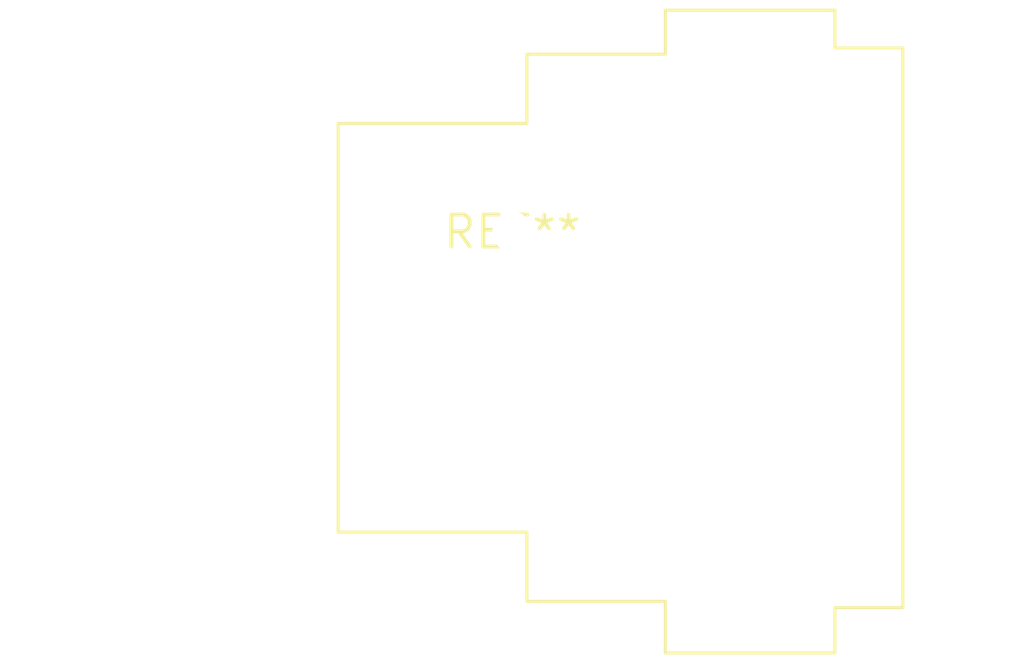
<source format=kicad_pcb>
(kicad_pcb (version 20240108) (generator pcbnew)
  (layers (0 "F.Cu" signal) (31 "B.Cu" signal) (34 "B.Paste" user) (35 "F.Paste" user) (36 "B.SilkS" user "B.Silkscreen") (37 "F.SilkS" user "F.Silkscreen") (38 "B.Mask" user) (39 "F.Mask" user) (44 "Edge.Cuts" user))
  (net 0 "")
  (footprint "Jack_XLR_Neutrik_NC3FAH1-DA_Horizontal" (layer "F.Cu") (at 0 0)
    (property "Reference" "REF**")
    (property "Value" "Jack_XLR_Neutrik_NC3FAH1-DA_Horizontal")
    (fp_line (start -6.92 -4.31) (end -6.92 11.93) (layer "F.SilkS") (stroke (width 0.12)))
    (fp_line (start 0.58 -7.06) (end 0.58 -4.31) (layer "F.SilkS") (stroke (width 0.12)))
    (fp_line (start 0.58 -4.31) (end -6.92 -4.31) (layer "F.SilkS") (stroke (width 0.12)))
    (fp_line (start 0.58 11.93) (end -6.92 11.93) (layer "F.SilkS") (stroke (width 0.12)))
    (fp_line (start 0.58 11.93) (end 0.58 14.68) (layer "F.SilkS") (stroke (width 0.12)))
    (fp_line (start 6.08 -7.06) (end 0.58 -7.06) (layer "F.SilkS") (stroke (width 0.12)))
    (fp_line (start 6.08 -7.06) (end 6.08 -8.81) (layer "F.SilkS") (stroke (width 0.12)))
    (fp_line (start 6.08 14.68) (end 0.58 14.68) (layer "F.SilkS") (stroke (width 0.12)))
    (fp_line (start 6.08 16.73) (end 6.08 14.68) (layer "F.SilkS") (stroke (width 0.12)))
    (fp_line (start 12.82 -8.81) (end 6.08 -8.81) (layer "F.SilkS") (stroke (width 0.12)))
    (fp_line (start 12.82 -8.81) (end 12.82 -7.31) (layer "F.SilkS") (stroke (width 0.12)))
    (fp_line (start 12.82 -7.31) (end 15.52 -7.31) (layer "F.SilkS") (stroke (width 0.12)))
    (fp_line (start 12.82 14.93) (end 12.82 16.73) (layer "F.SilkS") (stroke (width 0.12)))
    (fp_line (start 12.82 14.93) (end 15.52 14.93) (layer "F.SilkS") (stroke (width 0.12)))
    (fp_line (start 12.82 16.73) (end 6.08 16.73) (layer "F.SilkS") (stroke (width 0.12)))
    (fp_line (start 15.52 -7.31) (end 15.52 14.93) (layer "F.SilkS") (stroke (width 0.12)))
    (pad "" np_thru_hole circle (at 3.81 7.62) (size 1.6 1.6) (drill 1.6) (layers *.Cu *.Mask))
    (pad "" np_thru_hole circle (at 8.89 0) (size 1.6 1.6) (drill 1.6) (layers *.Cu *.Mask))
    (pad "1" thru_hole circle (at 0 0) (size 3.4 3.4) (drill 1.6) (layers *.Cu *.Mask) (remove_unused_layers))
    (pad "2" thru_hole circle (at -0.635 7.62) (size 3.4 3.4) (drill 1.6) (layers *.Cu *.Mask) (remove_unused_layers))
    (pad "3" thru_hole circle (at -4.45 3.81) (size 2.9 2.9) (drill 1.2) (layers *.Cu *.Mask) (remove_unused_layers))
  )
)
</source>
